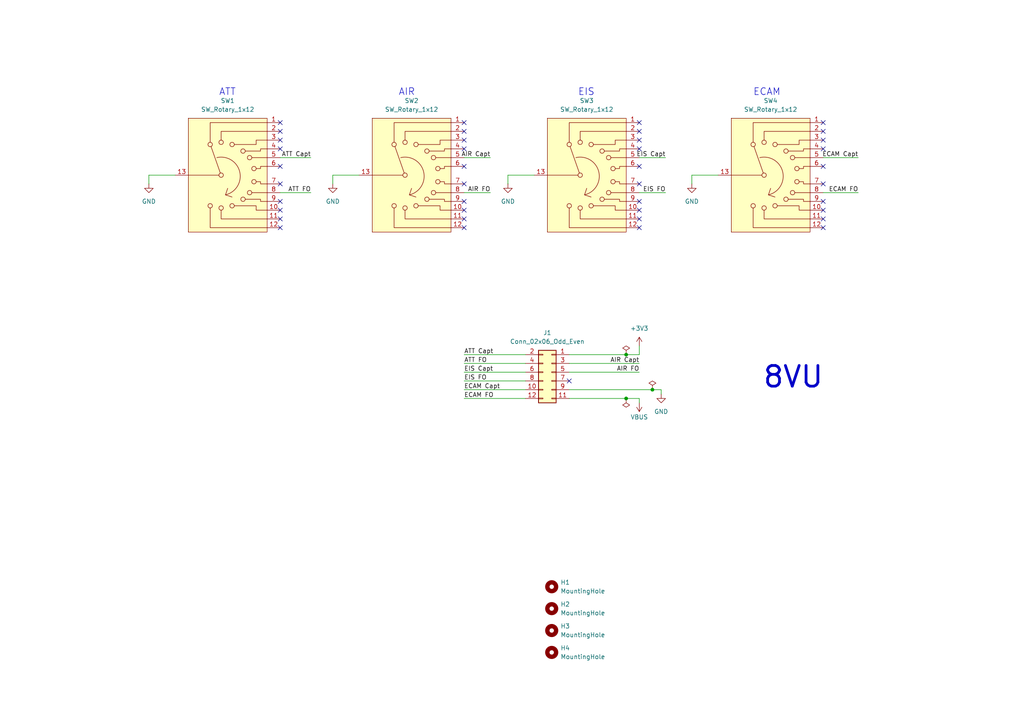
<source format=kicad_sch>
(kicad_sch (version 20231120) (generator "eeschema") (generator_version "8.0")
  (paper "A4")
  (lib_symbols
    (symbol "+3V3_1" (power) (pin_numbers hide) (pin_names (offset 0) hide)
      (property "Value" "+3V3" (at 0 3.556 0))
      (symbol "+3V3_1_0_1"
        (polyline (pts (xy -0.762 1.27) (xy 0 2.54)))
        (polyline (pts (xy 0 0) (xy 0 2.54)))
        (polyline (pts (xy 0 2.54) (xy 0.762 1.27)))
      )
      (symbol "+3V3_1_1_1"
        (pin power_in line (at 0 0 90) (length 0) (name "~") (number "1"))
      )
    )
    (symbol "Connector_Generic:Conn_02x06_Odd_Even" (pin_names (offset 1.016) hide)
      (property "Reference" "J" (at 1.27 7.62 0))
      (property "Value" "Conn_02x06_Odd_Even" (at 1.27 -10.16 0))
      (symbol "Conn_02x06_Odd_Even_1_1"
        (rectangle (start -1.27 -7.493) (end 0 -7.747) (stroke (width 0.1524)))
        (rectangle (start -1.27 -4.953) (end 0 -5.207) (stroke (width 0.1524)))
        (rectangle (start -1.27 -2.413) (end 0 -2.667) (stroke (width 0.1524)))
        (rectangle (start -1.27 0.127) (end 0 -0.127) (stroke (width 0.1524)))
        (rectangle (start -1.27 2.667) (end 0 2.413) (stroke (width 0.1524)))
        (rectangle (start -1.27 5.207) (end 0 4.953) (stroke (width 0.1524)))
        (rectangle (start -1.27 6.35) (end 3.81 -8.89) (stroke (width 0.254)) (fill (type background)))
        (rectangle (start 3.81 -7.493) (end 2.54 -7.747) (stroke (width 0.1524)))
        (rectangle (start 3.81 -4.953) (end 2.54 -5.207) (stroke (width 0.1524)))
        (rectangle (start 3.81 -2.413) (end 2.54 -2.667) (stroke (width 0.1524)))
        (rectangle (start 3.81 0.127) (end 2.54 -0.127) (stroke (width 0.1524)))
        (rectangle (start 3.81 2.667) (end 2.54 2.413) (stroke (width 0.1524)))
        (rectangle (start 3.81 5.207) (end 2.54 4.953) (stroke (width 0.1524)))
        (pin passive line (at -5.08 5.08 0) (length 3.81) (name "Pin_1") (number "1"))
        (pin passive line (at 7.62 -5.08 180) (length 3.81) (name "Pin_10") (number "10"))
        (pin passive line (at -5.08 -7.62 0) (length 3.81) (name "Pin_11") (number "11"))
        (pin passive line (at 7.62 -7.62 180) (length 3.81) (name "Pin_12") (number "12"))
        (pin passive line (at 7.62 5.08 180) (length 3.81) (name "Pin_2") (number "2"))
        (pin passive line (at -5.08 2.54 0) (length 3.81) (name "Pin_3") (number "3"))
        (pin passive line (at 7.62 2.54 180) (length 3.81) (name "Pin_4") (number "4"))
        (pin passive line (at -5.08 0 0) (length 3.81) (name "Pin_5") (number "5"))
        (pin passive line (at 7.62 0 180) (length 3.81) (name "Pin_6") (number "6"))
        (pin passive line (at -5.08 -2.54 0) (length 3.81) (name "Pin_7") (number "7"))
        (pin passive line (at 7.62 -2.54 180) (length 3.81) (name "Pin_8") (number "8"))
        (pin passive line (at -5.08 -5.08 0) (length 3.81) (name "Pin_9") (number "9"))
      )
    )
    (symbol "Mechanical:MountingHole" (pin_names (offset 1.016))
      (property "Reference" "H" (at 0 5.08 0))
      (property "Value" "MountingHole" (at 0 3.175 0))
      (symbol "MountingHole_0_1"
        (circle (center 0 0) (radius 1.27) (stroke (width 1.27)))
      )
    )
    (symbol "Switch:SW_Rotary_1x12" (pin_names (offset 1.016) hide)
      (property "Reference" "SW" (at 0 17.78 0))
      (property "Value" "SW_Rotary_1x12" (at 0 -17.78 0))
      (symbol "SW_Rotary_1x12_0_0"
        (circle (center -5.08 -8.89) (radius 0.635))
        (circle (center -5.08 8.89) (radius 0.635))
        (circle (center -1.905 -9.525) (radius 0.635))
        (circle (center -1.905 0) (radius 0.635))
        (circle (center -1.905 9.525) (radius 0.635))
        (arc (start -0.635 -5.715) (mid 3.4777 0.949) (end -3.175 5.08))
        (polyline (pts (xy -2.1336 0.6096) (xy -4.826 8.2804)))
        (polyline (pts (xy -0.635 -5.715) (xy 0 -3.81)))
        (polyline (pts (xy -0.635 -5.715) (xy 1.27 -6.35)))
        (polyline (pts (xy 6.985 -5.08) (xy 11.43 -5.08)))
        (polyline (pts (xy 6.985 5.08) (xy 11.43 5.08)))
        (polyline (pts (xy -5.08 -9.525) (xy -5.08 -15.24) (xy 11.43 -15.24)))
        (polyline (pts (xy -5.08 9.525) (xy -5.08 15.24) (xy 11.43 15.24)))
        (polyline (pts (xy -1.905 -10.16) (xy -1.905 -12.7) (xy 11.43 -12.7)))
        (polyline (pts (xy -1.905 10.16) (xy -1.905 12.7) (xy 11.43 12.7)))
        (polyline (pts (xy 1.905 -8.89) (xy 8.255 -8.89) (xy 8.255 -10.16) (xy 11.43 -10.16)))
        (polyline (pts (xy 1.905 8.89) (xy 8.255 8.89) (xy 8.255 10.16) (xy 11.43 10.16)))
        (polyline (pts (xy 5.08 -6.985) (xy 9.525 -6.985) (xy 9.525 -7.62) (xy 11.43 -7.62)))
        (polyline (pts (xy 5.08 6.985) (xy 9.525 6.985) (xy 9.525 7.62) (xy 11.43 7.62)))
        (polyline (pts (xy 8.255 -1.905) (xy 9.525 -1.905) (xy 9.525 -2.54) (xy 11.43 -2.54)))
        (polyline (pts (xy 8.255 1.905) (xy 9.525 1.905) (xy 9.525 2.54) (xy 11.43 2.54)))
        (circle (center 1.27 -8.89) (radius 0.635))
        (circle (center 1.27 8.89) (radius 0.635))
        (circle (center 4.445 -6.985) (radius 0.635))
        (circle (center 4.445 6.985) (radius 0.635))
        (circle (center 6.35 -5.08) (radius 0.635))
        (circle (center 6.35 5.08) (radius 0.635))
        (circle (center 7.62 -1.905) (radius 0.635))
        (circle (center 7.62 1.905) (radius 0.635))
      )
      (symbol "SW_Rotary_1x12_1_1"
        (rectangle (start -11.43 16.51) (end 11.43 -16.51) (fill (type background)))
        (polyline (pts (xy -11.43 0) (xy -2.54 0)))
        (pin passive line (at 15.24 15.24 180) (length 3.81) (name "1") (number "1"))
        (pin passive line (at 15.24 -10.16 180) (length 3.81) (name "10") (number "10"))
        (pin passive line (at 15.24 -12.7 180) (length 3.81) (name "11") (number "11"))
        (pin passive line (at 15.24 -15.24 180) (length 3.81) (name "12") (number "12"))
        (pin passive line (at -15.24 0 0) (length 3.81) (name "13") (number "13"))
        (pin passive line (at 15.24 12.7 180) (length 3.81) (name "2") (number "2"))
        (pin passive line (at 15.24 10.16 180) (length 3.81) (name "3") (number "3"))
        (pin passive line (at 15.24 7.62 180) (length 3.81) (name "4") (number "4"))
        (pin passive line (at 15.24 5.08 180) (length 3.81) (name "5") (number "5"))
        (pin passive line (at 15.24 2.54 180) (length 3.81) (name "6") (number "6"))
        (pin passive line (at 15.24 -2.54 180) (length 3.81) (name "7") (number "7"))
        (pin passive line (at 15.24 -5.08 180) (length 3.81) (name "8") (number "8"))
        (pin passive line (at 15.24 -7.62 180) (length 3.81) (name "9") (number "9"))
      )
    )
    (symbol "power:GND" (power) (pin_numbers hide) (pin_names (offset 0) hide)
      (property "Value" "GND" (at 0 -3.81 0))
      (symbol "GND_0_1"
        (polyline (pts (xy 0 0) (xy 0 -1.27) (xy 1.27 -1.27) (xy 0 -2.54) (xy -1.27 -1.27) (xy 0 -1.27)))
      )
      (symbol "GND_1_1"
        (pin power_in line (at 0 0 270) (length 0) (name "~") (number "1"))
      )
    )
    (symbol "power:PWR_FLAG" (power) (pin_numbers hide) (pin_names (offset 0) hide)
      (property "Value" "PWR_FLAG" (at 0 3.81 0))
      (symbol "PWR_FLAG_0_0"
        (pin power_out line (at 0 0 90) (length 0) (name "~") (number "1"))
      )
      (symbol "PWR_FLAG_0_1"
        (polyline (pts (xy 0 0) (xy 0 1.27) (xy -1.016 1.905) (xy 0 2.54) (xy 1.016 1.905) (xy 0 1.27)))
      )
    )
    (symbol "power:VBUS" (power) (pin_numbers hide) (pin_names (offset 0) hide)
      (property "Value" "VBUS" (at 0 3.556 0))
      (symbol "VBUS_0_1"
        (polyline (pts (xy -0.762 1.27) (xy 0 2.54)))
        (polyline (pts (xy 0 0) (xy 0 2.54)))
        (polyline (pts (xy 0 2.54) (xy 0.762 1.27)))
      )
      (symbol "VBUS_1_1"
        (pin power_in line (at 0 0 90) (length 0) (name "~") (number "1"))
      )
    )
  )
  (junction (at 189.23 113.03))
  (junction (at 181.61 102.87))
  (junction (at 181.61 115.57))
  (no_connect (at 134.62 40.64))
  (no_connect (at 238.76 53.34))
  (no_connect (at 81.28 66.04))
  (no_connect (at 238.76 48.26))
  (no_connect (at 238.76 63.5))
  (no_connect (at 81.28 35.56))
  (no_connect (at 134.62 66.04))
  (no_connect (at 238.76 60.96))
  (no_connect (at 185.42 58.42))
  (no_connect (at 134.62 43.18))
  (no_connect (at 81.28 58.42))
  (no_connect (at 185.42 60.96))
  (no_connect (at 134.62 53.34))
  (no_connect (at 238.76 43.18))
  (no_connect (at 134.62 58.42))
  (no_connect (at 185.42 66.04))
  (no_connect (at 185.42 43.18))
  (no_connect (at 134.62 35.56))
  (no_connect (at 238.76 58.42))
  (no_connect (at 238.76 35.56))
  (no_connect (at 238.76 38.1))
  (no_connect (at 81.28 48.26))
  (no_connect (at 185.42 63.5))
  (no_connect (at 81.28 63.5))
  (no_connect (at 185.42 53.34))
  (no_connect (at 81.28 38.1))
  (no_connect (at 81.28 53.34))
  (no_connect (at 238.76 66.04))
  (no_connect (at 185.42 35.56))
  (no_connect (at 81.28 40.64))
  (no_connect (at 238.76 40.64))
  (no_connect (at 81.28 60.96))
  (no_connect (at 134.62 63.5))
  (no_connect (at 134.62 48.26))
  (no_connect (at 185.42 40.64))
  (no_connect (at 185.42 48.26))
  (no_connect (at 165.1 110.49))
  (no_connect (at 134.62 38.1))
  (no_connect (at 81.28 43.18))
  (no_connect (at 134.62 60.96))
  (no_connect (at 185.42 38.1))
  (wire (pts (xy 50.8 50.8) (xy 43.18 50.8)))
  (wire (pts (xy 165.1 115.57) (xy 181.61 115.57)))
  (wire (pts (xy 200.66 50.8) (xy 200.66 53.34)))
  (wire (pts (xy 185.42 116.84) (xy 185.42 115.57)))
  (wire (pts (xy 165.1 113.03) (xy 189.23 113.03)))
  (wire (pts (xy 181.61 115.57) (xy 185.42 115.57)))
  (wire (pts (xy 208.28 50.8) (xy 200.66 50.8)))
  (wire (pts (xy 165.1 107.95) (xy 185.42 107.95)))
  (wire (pts (xy 154.94 50.8) (xy 147.32 50.8)))
  (wire (pts (xy 165.1 102.87) (xy 181.61 102.87)))
  (wire (pts (xy 134.62 113.03) (xy 152.4 113.03)))
  (wire (pts (xy 104.14 50.8) (xy 96.52 50.8)))
  (wire (pts (xy 147.32 50.8) (xy 147.32 53.34)))
  (wire (pts (xy 191.77 113.03) (xy 191.77 114.3)))
  (wire (pts (xy 134.62 105.41) (xy 152.4 105.41)))
  (wire (pts (xy 96.52 50.8) (xy 96.52 53.34)))
  (wire (pts (xy 134.62 107.95) (xy 152.4 107.95)))
  (wire (pts (xy 134.62 115.57) (xy 152.4 115.57)))
  (wire (pts (xy 238.76 45.72) (xy 248.92 45.72)))
  (wire (pts (xy 181.61 102.87) (xy 185.42 102.87)))
  (wire (pts (xy 134.62 55.88) (xy 142.24 55.88)))
  (wire (pts (xy 238.76 55.88) (xy 248.92 55.88)))
  (wire (pts (xy 185.42 45.72) (xy 193.04 45.72)))
  (wire (pts (xy 134.62 45.72) (xy 142.24 45.72)))
  (wire (pts (xy 185.42 100.33) (xy 185.42 102.87)))
  (wire (pts (xy 81.28 45.72) (xy 90.17 45.72)))
  (wire (pts (xy 43.18 50.8) (xy 43.18 53.34)))
  (wire (pts (xy 134.62 110.49) (xy 152.4 110.49)))
  (wire (pts (xy 185.42 55.88) (xy 193.04 55.88)))
  (wire (pts (xy 81.28 55.88) (xy 90.17 55.88)))
  (wire (pts (xy 134.62 102.87) (xy 152.4 102.87)))
  (wire (pts (xy 165.1 105.41) (xy 185.42 105.41)))
  (wire (pts (xy 189.23 113.03) (xy 191.77 113.03)))
  (text "AIR" (at 115.57 27.94 0) (effects (font (size 2 2)) (justify left bottom)))
  (text "8VU" (at 220.98 113.03 0) (effects (font (size 6 6) (thickness 0.8) (bold yes)) (justify left bottom)))
  (text "EIS" (at 167.64 27.94 0) (effects (font (size 2 2)) (justify left bottom)))
  (text "ECAM" (at 218.44 27.94 0) (effects (font (size 2 2)) (justify left bottom)))
  (text "ATT" (at 63.5 27.94 0) (effects (font (size 2 2)) (justify left bottom)))
  (label "EIS FO" (at 134.62 110.49 0))
  (label "AIR FO" (at 142.24 55.88 180))
  (label "ECAM FO" (at 248.92 55.88 180))
  (label "ECAM Capt" (at 134.62 113.03 0))
  (label "ATT FO" (at 90.17 55.88 180))
  (label "EIS Capt" (at 193.04 45.72 180))
  (label "AIR Capt" (at 185.42 105.41 180))
  (label "ATT Capt" (at 90.17 45.72 180))
  (label "ATT FO" (at 134.62 105.41 0))
  (label "AIR Capt" (at 142.24 45.72 180))
  (label "ECAM FO" (at 134.62 115.57 0))
  (label "AIR FO" (at 185.42 107.95 180))
  (label "EIS FO" (at 193.04 55.88 180))
  (label "EIS Capt" (at 134.62 107.95 0))
  (label "ATT Capt" (at 134.62 102.87 0))
  (label "ECAM Capt" (at 248.92 45.72 180))
  (symbol (lib_id "power:PWR_FLAG") (at 181.61 115.57 180) (unit 1)
    (property "Reference" "#FLG02" (effects (hide yes)))
    (property "Value" "PWR_FLAG" (effects (hide yes)))
    (property "Description" "Special symbol for telling ERC where power comes from" (effects (hide yes)))
  )
  (symbol (lib_id "power:VBUS") (at 185.42 116.84 180) (unit 1)
    (property "Reference" "#PWR012" (effects (hide yes)))
    (property "Value" "VBUS" (at 185.42 120.9731 0))
    (property "Description" "Power symbol creates a global label with name \"VBUS\"" (effects (hide yes)))
  )
  (symbol (lib_id "Mechanical:MountingHole") (at 160.02 182.88 0) (unit 1) (in_bom no)
    (property "Reference" "H3" (at 162.56 181.61 0) (effects (justify left)))
    (property "Value" "MountingHole" (at 162.56 184.15 0) (effects (justify left)))
    (property "Footprint" "MountingHole:MountingHole_2.2mm_M2" (effects (hide yes)))
  )
  (symbol (lib_id "Switch:SW_Rotary_1x12") (at 223.52 50.8 0) (unit 1)
    (property "Reference" "SW4" (at 223.52 29.21 0))
    (property "Value" "SW_Rotary_1x12" (at 223.52 31.75 0))
    (property "Footprint" "NiasStuff:C&K_Rotary_Switches" (effects (hide yes)))
    (property "Datasheet" "https://www.mouser.de/datasheet/2/240/arotary-3050724.pdf" (effects (hide yes)))
    (property "JLCPCB Part" "N/A" (effects (hide yes)))
    (property "Manufracturer" "C&K" (effects (hide yes)))
    (property "Manufracturer Part Number" "A12505RNZQ " (effects (hide yes)))
  )
  (symbol (lib_id "power:PWR_FLAG") (at 189.23 113.03 0) (unit 1)
    (property "Reference" "#FLG03" (effects (hide yes)))
    (property "Value" "PWR_FLAG" (effects (hide yes)))
    (property "Description" "Special symbol for telling ERC where power comes from" (effects (hide yes)))
  )
  (symbol (lib_id "power:GND") (at 43.18 53.34 0) (unit 1)
    (property "Reference" "#PWR01" (effects (hide yes)))
    (property "Value" "GND" (at 43.18 58.42 0))
    (property "Description" "Power symbol creates a global label with name \"GND\" , ground" (effects (hide yes)))
  )
  (symbol (lib_id "power:GND") (at 147.32 53.34 0) (unit 1)
    (property "Reference" "#PWR03" (effects (hide yes)))
    (property "Value" "GND" (at 147.32 58.42 0))
    (property "Description" "Power symbol creates a global label with name \"GND\" , ground" (effects (hide yes)))
  )
  (symbol (lib_id "power:GND") (at 200.66 53.34 0) (unit 1)
    (property "Reference" "#PWR04" (effects (hide yes)))
    (property "Value" "GND" (at 200.66 58.42 0))
    (property "Description" "Power symbol creates a global label with name \"GND\" , ground" (effects (hide yes)))
  )
  (symbol (lib_id "Switch:SW_Rotary_1x12") (at 170.18 50.8 0) (unit 1)
    (property "Reference" "SW3" (at 170.18 29.21 0))
    (property "Value" "SW_Rotary_1x12" (at 170.18 31.75 0))
    (property "Footprint" "NiasStuff:C&K_Rotary_Switches" (effects (hide yes)))
    (property "Datasheet" "https://www.mouser.de/datasheet/2/240/arotary-3050724.pdf" (effects (hide yes)))
    (property "JLCPCB Part" "N/A" (effects (hide yes)))
    (property "Manufracturer" "C&K" (effects (hide yes)))
    (property "Manufracturer Part Number" "A12505RNZQ " (effects (hide yes)))
  )
  (symbol (lib_id "Switch:SW_Rotary_1x12") (at 119.38 50.8 0) (unit 1)
    (property "Reference" "SW2" (at 119.38 29.21 0))
    (property "Value" "SW_Rotary_1x12" (at 119.38 31.75 0))
    (property "Footprint" "NiasStuff:C&K_Rotary_Switches" (effects (hide yes)))
    (property "Datasheet" "https://www.mouser.de/datasheet/2/240/arotary-3050724.pdf" (effects (hide yes)))
    (property "JLCPCB Part" "N/A" (effects (hide yes)))
    (property "Manufracturer" "C&K" (effects (hide yes)))
    (property "Manufracturer Part Number" "A12505RNZQ " (effects (hide yes)))
  )
  (symbol (lib_id "power:PWR_FLAG") (at 181.61 102.87 0) (unit 1)
    (property "Reference" "#FLG01" (effects (hide yes)))
    (property "Value" "PWR_FLAG" (effects (hide yes)))
    (property "Description" "Special symbol for telling ERC where power comes from" (effects (hide yes)))
  )
  (symbol (lib_id "power:GND") (at 96.52 53.34 0) (unit 1)
    (property "Reference" "#PWR02" (effects (hide yes)))
    (property "Value" "GND" (at 96.52 58.42 0))
    (property "Description" "Power symbol creates a global label with name \"GND\" , ground" (effects (hide yes)))
  )
  (symbol (lib_id "power:GND") (at 191.77 114.3 0) (unit 1)
    (property "Reference" "#PWR013" (effects (hide yes)))
    (property "Value" "GND" (at 191.77 119.38 0))
    (property "Description" "Power symbol creates a global label with name \"GND\" , ground" (effects (hide yes)))
  )
  (symbol (lib_id "Mechanical:MountingHole") (at 160.02 189.23 0) (unit 1) (in_bom no)
    (property "Reference" "H4" (at 162.56 187.96 0) (effects (justify left)))
    (property "Value" "MountingHole" (at 162.56 190.5 0) (effects (justify left)))
    (property "Footprint" "MountingHole:MountingHole_2.2mm_M2" (effects (hide yes)))
  )
  (symbol (lib_id "Switch:SW_Rotary_1x12") (at 66.04 50.8 0) (unit 1)
    (property "Reference" "SW1" (at 66.04 29.21 0))
    (property "Value" "SW_Rotary_1x12" (at 66.04 31.75 0))
    (property "Footprint" "NiasStuff:C&K_Rotary_Switches" (effects (hide yes)))
    (property "Datasheet" "https://www.mouser.de/datasheet/2/240/arotary-3050724.pdf" (effects (hide yes)))
    (property "JLCPCB Part" "N/A" (effects (hide yes)))
    (property "Manufracturer" "C&K" (effects (hide yes)))
    (property "Manufracturer Part Number" "A12505RNZQ " (effects (hide yes)))
  )
  (symbol (lib_name "+3V3_1") (lib_id "power:+3V3") (at 185.42 100.33 0) (unit 1)
    (property "Reference" "#PWR011" (effects (hide yes)))
    (property "Value" "+3V3" (at 185.42 95.25 0))
    (property "Description" "Power symbol creates a global label with name \"+3V3\"" (effects (hide yes)))
  )
  (symbol (lib_id "Connector_Generic:Conn_02x06_Odd_Even") (at 160.02 107.95 0) (mirror y) (unit 1)
    (property "Reference" "J1" (at 158.75 96.52 0))
    (property "Value" "Conn_02x06_Odd_Even" (at 158.75 99.06 0))
    (property "Footprint" "Connector_IDC:IDC-Header_2x06_P2.54mm_Vertical" (effects (hide yes)))
    (property "Datasheet" "https://www.lcsc.com/datasheet/lcsc_datasheet_2304140030_BOOMELE-Boom-Precision-Elec-2-54-2-6P_C9136.pdf" (effects (hide yes)))
    (property "JLCPCB Part" "C9136" (effects (hide yes)))
    (property "Manufracturer" "BOOMELE(Boom Precision Elec)" (effects (hide yes)))
    (property "Manufracturer Part Number" "2.54-2*6P" (effects (hide yes)))
  )
  (symbol (lib_id "Mechanical:MountingHole") (at 160.02 176.53 0) (unit 1) (in_bom no)
    (property "Reference" "H2" (at 162.56 175.26 0) (effects (justify left)))
    (property "Value" "MountingHole" (at 162.56 177.8 0) (effects (justify left)))
    (property "Footprint" "MountingHole:MountingHole_2.2mm_M2" (effects (hide yes)))
  )
  (symbol (lib_id "Mechanical:MountingHole") (at 160.02 170.18 0) (unit 1) (in_bom no)
    (property "Reference" "H1" (at 162.56 168.91 0) (effects (justify left)))
    (property "Value" "MountingHole" (at 162.56 171.45 0) (effects (justify left)))
    (property "Footprint" "MountingHole:MountingHole_2.2mm_M2" (effects (hide yes)))
  )
)
</source>
